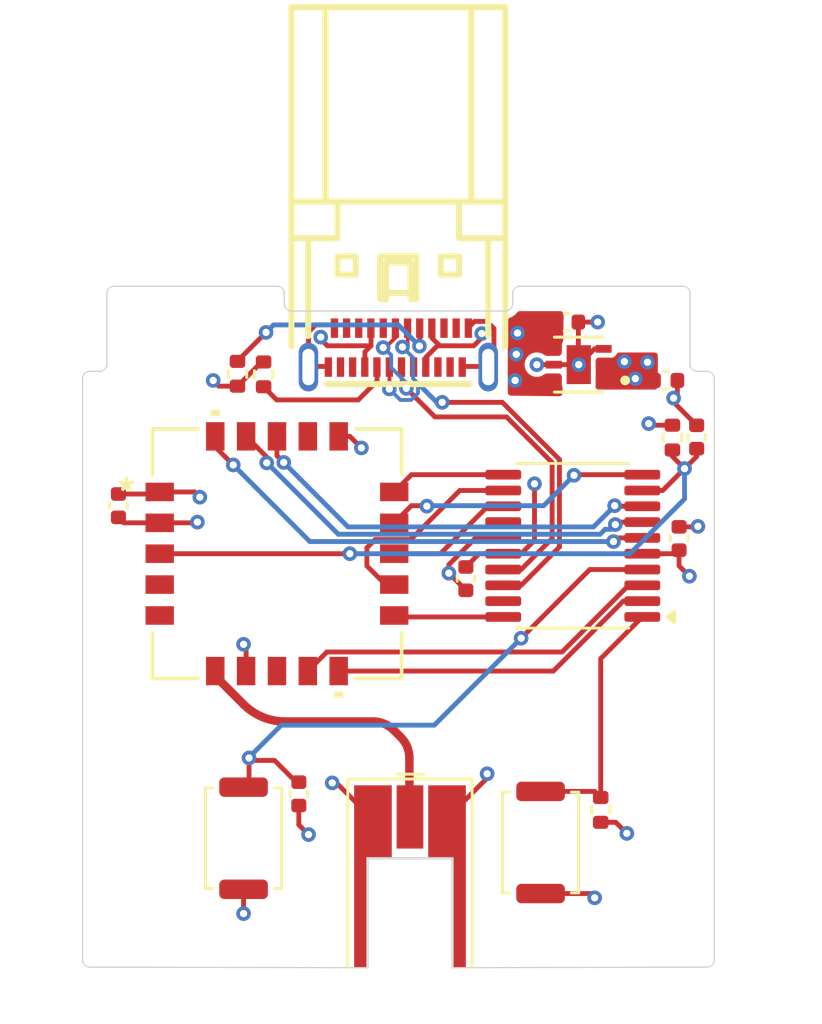
<source format=kicad_pcb>
(kicad_pcb (version 20241229) (generator "pcbnew") (generator_version "9.0")
  (layers (0 "F.Cu" signal) (4 "In1.Cu" signal) (6 "In2.Cu" signal) (2 "B.Cu" signal) (13 "F.Paste" user) (15 "B.Paste" user) (5 "F.SilkS" user "F.Silkscreen") (7 "B.SilkS" user "B.Silkscreen") (1 "F.Mask" user) (3 "B.Mask" user) (25 "Edge.Cuts" user))
  (net 0 "")
  (net 1 "GND")
  (net 2 "Net-(USB1-CC1)")
  (net 3 "VBUS")
  (net 5 "NRST")
  (net 6 "+3.3V")
  (net 7 "Net-(J1-In)")
  (net 8 "USB_DP")
  (net 9 "USB_DM")
  (net 10 "BOOT0")
  (net 11 "NRST_RF")
  (net 12 "RXEN")
  (net 14 "SPI1_SCK")
  (net 15 "TXEN")
  (net 16 "SPI1_MOSI")
  (net 17 "SPI1_MISO")
  (net 19 "DIO3")
  (net 21 "DIO2")
  (net 22 "SPI1_NSS")
  (net 24 "DIO1")
  (net 25 "BUSY")
  (net 26 "USB_NOE")
  (net 37 "Net-(USB1-CC2)")
  (footprint "Resistor_SMD:R_0402_1005Metric" (layer "F.Cu") (at 108.525 25.7 90)
    (property "Reference" "R4" (hide yes))
    (property "Value" "5.1k" (hide yes))
    (fp_line (start -0.153641 -0.38) (end 0.153641 -0.38) (stroke (width 0.12)) (layer "F.SilkS"))
    (fp_line (start -0.153641 0.38) (end 0.153641 0.38) (stroke (width 0.12)) (layer "F.SilkS"))
    (pad "1" smd roundrect (at -0.51 0 90) (size 0.54 0.64) (layers "F.Cu" "F.Mask" "F.Paste") (net 1 "GND"))
    (pad "2" smd roundrect (at 0.51 0 90) (size 0.54 0.64) (layers "F.Cu" "F.Mask" "F.Paste") (net 37 "Net-(USB1-CC2)"))
  )
  (footprint "MountingHole:MountingHole_2.2mm_M2" (layer "F.Cu") (at 103.85 41.6)
    (property "Reference" "H1" (hide yes))
    (property "Value" "MountingHole" (hide yes))
    (pad "" np_thru_hole circle (at 0 0) (size 2.2 2.2) (drill 2.2) (layers "*.Cu" "*.Mask"))
  )
  (footprint "MountingHole:MountingHole_2.2mm_M2" (layer "F.Cu") (at 126.45 41.6)
    (property "Reference" "H2" (hide yes))
    (property "Value" "MountingHole" (hide yes))
    (pad "" np_thru_hole circle (at 0 0) (size 2.2 2.2) (drill 2.2) (layers "*.Cu" "*.Mask"))
  )
  (footprint "Capacitor_SMD:C_0402_1005Metric" (layer "F.Cu") (at 126.7 32.475 90)
    (property "Reference" "C2" (hide yes))
    (property "Value" "0.1uF" (hide yes))
    (fp_line (start -0.107836 -0.36) (end 0.107836 -0.36) (stroke (width 0.12)) (layer "F.SilkS"))
    (fp_line (start -0.107836 0.36) (end 0.107836 0.36) (stroke (width 0.12)) (layer "F.SilkS"))
    (pad "1" smd roundrect (at -0.48 0 90) (size 0.56 0.62) (layers "F.Cu" "F.Mask" "F.Paste") (net 6 "+3.3V"))
    (pad "2" smd roundrect (at 0.48 0 90) (size 0.56 0.62) (layers "F.Cu" "F.Mask" "F.Paste") (net 1 "GND"))
  )
  (footprint "Connector_Coaxial:MMCX_Molex_73415-0961_Horizontal_1.6mm-PCB" (layer "F.Cu") (at 115.625 46.375 90)
    (property "Reference" "J1" (hide yes))
    (property "Value" "Conn_Coaxial_Small" (hide yes))
    (fp_line (start -3.69 -2.56) (end 4.01 -2.56) (stroke (width 0.12)) (layer "F.SilkS"))
    (fp_line (start 4.21 -0.55) (end 4.21 0.55) (stroke (width 0.12)) (layer "F.SilkS"))
    (fp_line (start 4.01 2.56) (end 4.01 -2.56) (stroke (width 0.12)) (layer "F.SilkS"))
    (fp_line (start -3.69 2.56) (end 4.01 2.56) (stroke (width 0.12)) (layer "F.SilkS"))
    (fp_line (start 0.75 -1.75) (end -3.75 -1.75) (stroke (width 0.1)) (layer "Edge.Cuts"))
    (fp_line (start 0.75 1.75) (end 0.75 -1.75) (stroke (width 0.1)) (layer "Edge.Cuts"))
    (fp_line (start -3.75 1.75) (end 0.75 1.75) (stroke (width 0.1)) (layer "Edge.Cuts"))
    (pad "1" smd rect (at 2.45 0 90) (size 2.6 1.1) (layers "F.Cu" "F.Mask" "F.Paste") (net 7 "Net-(J1-In)"))
    (pad "2" smd custom (at 2.25 -1.525 90) (size 3 1.55) (layers "F.Cu" "F.Mask" "F.Paste") (net 1 "GND") (options (clearance outline) (anchor rect)) (primitives (gr_poly (pts (xy -1.5 -0.225) (xy -6 -0.225) (xy -6 -0.775) (xy -1.5 -0.775)) (width 0) (fill yes))))
    (pad "2" smd custom (at 2.25 1.525 90) (size 3 1.55) (layers "F.Cu" "F.Mask" "F.Paste") (net 1 "GND") (options (clearance outline) (anchor rect)) (primitives (gr_poly (pts (xy -1.5 0.775) (xy -6 0.775) (xy -6 0.225) (xy -1.5 0.225)) (width 0) (fill yes))))
  )
  (footprint "Resistor_SMD:R_0402_1005Metric" (layer "F.Cu") (at 109.6 25.725 90)
    (property "Reference" "R1" (hide yes))
    (property "Value" "5.1k" (hide yes))
    (fp_line (start -0.153641 -0.38) (end 0.153641 -0.38) (stroke (width 0.12)) (layer "F.SilkS"))
    (fp_line (start -0.153641 0.38) (end 0.153641 0.38) (stroke (width 0.12)) (layer "F.SilkS"))
    (pad "1" smd roundrect (at -0.51 0 90) (size 0.54 0.64) (layers "F.Cu" "F.Mask" "F.Paste") (net 2 "Net-(USB1-CC1)"))
    (pad "2" smd roundrect (at 0.51 0 90) (size 0.54 0.64) (layers "F.Cu" "F.Mask" "F.Paste") (net 1 "GND"))
  )
  (footprint "Button_Switch_SMD:SW_Push_SPST_NO_Alps_SKRK" (layer "F.Cu") (at 121 44.975 90)
    (property "Reference" "SW1" (hide yes))
    (property "Value" "SW_Push" (hide yes))
    (fp_line (start 2.07 -1.57) (end 2.07 -1.27) (stroke (width 0.12)) (layer "F.SilkS"))
    (fp_line (start -2.07 -1.57) (end 2.07 -1.57) (stroke (width 0.12)) (layer "F.SilkS"))
    (fp_line (start -2.07 -1.27) (end -2.07 -1.57) (stroke (width 0.12)) (layer "F.SilkS"))
    (fp_line (start 2.07 1.27) (end 2.07 1.57) (stroke (width 0.12)) (layer "F.SilkS"))
    (fp_line (start 2.07 1.57) (end -2.07 1.57) (stroke (width 0.12)) (layer "F.SilkS"))
    (fp_line (start -2.07 1.57) (end -2.07 1.27) (stroke (width 0.12)) (layer "F.SilkS"))
    (pad "1" smd roundrect (at -2.1 0 90) (size 0.8 2) (layers "F.Cu" "F.Mask" "F.Paste") (net 6 "+3.3V"))
    (pad "2" smd roundrect (at 2.1 0 90) (size 0.8 2) (layers "F.Cu" "F.Mask" "F.Paste") (net 10 "BOOT0"))
  )
  (footprint "Button_Switch_SMD:SW_Push_SPST_NO_Alps_SKRK" (layer "F.Cu") (at 108.775 44.8 90)
    (property "Reference" "SW2" (hide yes))
    (property "Value" "SW_Push" (hide yes))
    (fp_line (start 2.07 -1.57) (end 2.07 -1.27) (stroke (width 0.12)) (layer "F.SilkS"))
    (fp_line (start -2.07 -1.57) (end 2.07 -1.57) (stroke (width 0.12)) (layer "F.SilkS"))
    (fp_line (start -2.07 -1.27) (end -2.07 -1.57) (stroke (width 0.12)) (layer "F.SilkS"))
    (fp_line (start 2.07 1.27) (end 2.07 1.57) (stroke (width 0.12)) (layer "F.SilkS"))
    (fp_line (start 2.07 1.57) (end -2.07 1.57) (stroke (width 0.12)) (layer "F.SilkS"))
    (fp_line (start -2.07 1.57) (end -2.07 1.27) (stroke (width 0.12)) (layer "F.SilkS"))
    (pad "1" smd roundrect (at -2.1 0 90) (size 0.8 2) (layers "F.Cu" "F.Mask" "F.Paste") (net 6 "+3.3V"))
    (pad "2" smd roundrect (at 2.1 0 90) (size 0.8 2) (layers "F.Cu" "F.Mask" "F.Paste") (net 5 "NRST"))
  )
  (footprint "Package_SO:TSSOP-20_4.4x6.5mm_P0.65mm" (layer "F.Cu") (at 122.325 32.775 180)
    (property "Reference" "U2" (hide yes))
    (property "Value" "STM32F042F6Px" (hide yes))
    (fp_line (start 2.31 3.385) (end -2.31 3.385) (stroke (width 0.12)) (layer "F.SilkS"))
    (fp_line (start -2.31 -3.385) (end 2.31 -3.385) (stroke (width 0.12)) (layer "F.SilkS"))
    (fp_poly (pts (xy -3.86 -2.93) (xy -4.19 -2.69) (xy -4.19 -3.17)) (stroke (width 0.12)) (fill yes) (layer "F.SilkS"))
    (pad "1" smd roundrect (at -2.8625 -2.925 180) (size 1.475 0.4) (layers "F.Cu" "F.Mask" "F.Paste") (net 10 "BOOT0"))
    (pad "2" smd roundrect (at -2.8625 -2.275 180) (size 1.475 0.4) (layers "F.Cu" "F.Mask" "F.Paste") (net 12 "RXEN"))
    (pad "3" smd roundrect (at -2.8625 -1.625 180) (size 1.475 0.4) (layers "F.Cu" "F.Mask" "F.Paste") (net 15 "TXEN"))
    (pad "4" smd roundrect (at -2.8625 -0.975 180) (size 1.475 0.4) (layers "F.Cu" "F.Mask" "F.Paste") (net 5 "NRST"))
    (pad "5" smd roundrect (at -2.8625 -0.325 180) (size 1.475 0.4) (layers "F.Cu" "F.Mask" "F.Paste") (net 6 "+3.3V"))
    (pad "6" smd roundrect (at -2.8625 0.325 180) (size 1.475 0.4) (layers "F.Cu" "F.Mask" "F.Paste") (net 24 "DIO1"))
    (pad "7" smd roundrect (at -2.8625 0.975 180) (size 1.475 0.4) (layers "F.Cu" "F.Mask" "F.Paste") (net 21 "DIO2"))
    (pad "8" smd roundrect (at -2.8625 1.625 180) (size 1.475 0.4) (layers "F.Cu" "F.Mask" "F.Paste") (net 19 "DIO3"))
    (pad "9" smd roundrect (at -2.8625 2.275 180) (size 1.475 0.4) (layers "F.Cu" "F.Mask" "F.Paste") (net 11 "NRST_RF"))
    (pad "10" smd roundrect (at -2.8625 2.925 180) (size 1.475 0.4) (layers "F.Cu" "F.Mask" "F.Paste") (net 22 "SPI1_NSS"))
    (pad "11" smd roundrect (at 2.8625 2.925 180) (size 1.475 0.4) (layers "F.Cu" "F.Mask" "F.Paste") (net 14 "SPI1_SCK"))
    (pad "12" smd roundrect (at 2.8625 2.275 180) (size 1.475 0.4) (layers "F.Cu" "F.Mask" "F.Paste") (net 17 "SPI1_MISO"))
    (pad "13" smd roundrect (at 2.8625 1.625 180) (size 1.475 0.4) (layers "F.Cu" "F.Mask" "F.Paste") (net 16 "SPI1_MOSI"))
    (pad "14" smd roundrect (at 2.8625 0.975 180) (size 1.475 0.4) (layers "F.Cu" "F.Mask" "F.Paste"))
    (pad "15" smd roundrect (at 2.8625 0.325 180) (size 1.475 0.4) (layers "F.Cu" "F.Mask" "F.Paste") (net 1 "GND"))
    (pad "16" smd roundrect (at 2.8625 -0.325 180) (size 1.475 0.4) (layers "F.Cu" "F.Mask" "F.Paste") (net 6 "+3.3V"))
    (pad "17" smd roundrect (at 2.8625 -0.975 180) (size 1.475 0.4) (layers "F.Cu" "F.Mask" "F.Paste") (net 9 "USB_DM"))
    (pad "18" smd roundrect (at 2.8625 -1.625 180) (size 1.475 0.4) (layers "F.Cu" "F.Mask" "F.Paste") (net 8 "USB_DP"))
    (pad "19" smd roundrect (at 2.8625 -2.275 180) (size 1.475 0.4) (layers "F.Cu" "F.Mask" "F.Paste") (net 26 "USB_NOE"))
    (pad "20" smd roundrect (at 2.8625 -2.925 180) (size 1.475 0.4) (layers "F.Cu" "F.Mask" "F.Paste") (net 25 "BUSY"))
  )
  (footprint "footprints:SON65P200X200X80-7N" (layer "F.Cu") (at 122.57 25.325 180)
    (property "Reference" "U3" (hide yes))
    (property "Value" "TLV76733DRVR" (hide yes))
    (fp_line (start -1 1.13) (end 1 1.13) (stroke (width 0.127)) (layer "F.SilkS"))
    (fp_line (start -1 -1.13) (end 1 -1.13) (stroke (width 0.127)) (layer "F.SilkS"))
    (fp_circle (center -1.91 -0.65) (end -1.81 -0.65) (stroke (width 0.2)) (fill no) (layer "F.SilkS"))
    (pad "1" smd rect (at -1.025 -0.65 180) (size 0.66 0.32) (layers "F.Cu" "F.Mask" "F.Paste") (net 6 "+3.3V"))
    (pad "2" smd rect (at -1.025 0 180) (size 0.66 0.32) (layers "F.Cu" "F.Mask" "F.Paste") (net 6 "+3.3V"))
    (pad "3" smd rect (at -1.025 0.65 180) (size 0.66 0.32) (layers "F.Cu" "F.Mask" "F.Paste") (net 1 "GND"))
    (pad "4" smd rect (at 1.025 0.65 180) (size 0.66 0.32) (layers "F.Cu" "F.Mask" "F.Paste") (net 3 "VBUS"))
    (pad "5" smd rect (at 1.025 0 180) (size 0.66 0.32) (layers "F.Cu" "F.Mask" "F.Paste") (net 1 "GND"))
    (pad "6" smd rect (at 1.025 -0.65 180) (size 0.66 0.32) (layers "F.Cu" "F.Mask" "F.Paste") (net 3 "VBUS"))
    (pad "7" smd rect (at 0 0 180) (size 1 1.6) (layers "F.Cu" "F.Mask") (net 1 "GND"))
  )
  (footprint "Resistor_SMD:R_0402_1005Metric" (layer "F.Cu") (at 123.475 43.635 -90)
    (property "Reference" "R2" (hide yes))
    (property "Value" "10k" (hide yes))
    (fp_line (start -0.153641 0.38) (end 0.153641 0.38) (stroke (width 0.12)) (layer "F.SilkS"))
    (fp_line (start -0.153641 -0.38) (end 0.153641 -0.38) (stroke (width 0.12)) (layer "F.SilkS"))
    (pad "1" smd roundrect (at -0.51 0 270) (size 0.54 0.64) (layers "F.Cu" "F.Mask" "F.Paste") (net 10 "BOOT0"))
    (pad "2" smd roundrect (at 0.51 0 270) (size 0.54 0.64) (layers "F.Cu" "F.Mask" "F.Paste") (net 1 "GND"))
  )
  (footprint "Resistor_SMD:R_0402_1005Metric" (layer "F.Cu") (at 126.425 28.325 -90)
    (property "Reference" "R3" (hide yes))
    (property "Value" "100k" (hide yes))
    (fp_line (start -0.153641 0.38) (end 0.153641 0.38) (stroke (width 0.12)) (layer "F.SilkS"))
    (fp_line (start -0.153641 -0.38) (end 0.153641 -0.38) (stroke (width 0.12)) (layer "F.SilkS"))
    (pad "1" smd roundrect (at -0.51 0 270) (size 0.54 0.64) (layers "F.Cu" "F.Mask" "F.Paste") (net 6 "+3.3V"))
    (pad "2" smd roundrect (at 0.51 0 270) (size 0.54 0.64) (layers "F.Cu" "F.Mask" "F.Paste") (net 11 "NRST_RF"))
  )
  (footprint "Capacitor_SMD:C_0402_1005Metric" (layer "F.Cu") (at 127.425 28.3 90)
    (property "Reference" "C7" (hide yes))
    (property "Value" "0.1nF" (hide yes))
    (fp_line (start -0.107836 -0.36) (end 0.107836 -0.36) (stroke (width 0.12)) (layer "F.SilkS"))
    (fp_line (start -0.107836 0.36) (end 0.107836 0.36) (stroke (width 0.12)) (layer "F.SilkS"))
    (pad "1" smd roundrect (at -0.48 0 90) (size 0.56 0.62) (layers "F.Cu" "F.Mask" "F.Paste") (net 11 "NRST_RF"))
    (pad "2" smd roundrect (at 0.48 0 90) (size 0.56 0.62) (layers "F.Cu" "F.Mask" "F.Paste") (net 1 "GND"))
  )
  (footprint "Capacitor_SMD:C_0402_1005Metric" (layer "F.Cu") (at 103.625 31.125 -90)
    (property "Reference" "C4" (hide yes))
    (property "Value" "4.7uF" (hide yes))
    (fp_line (start -0.107836 0.36) (end 0.107836 0.36) (stroke (width 0.12)) (layer "F.SilkS"))
    (fp_line (start -0.107836 -0.36) (end 0.107836 -0.36) (stroke (width 0.12)) (layer "F.SilkS"))
    (pad "1" smd roundrect (at -0.48 0 270) (size 0.56 0.62) (layers "F.Cu" "F.Mask" "F.Paste") (net 6 "+3.3V"))
    (pad "2" smd roundrect (at 0.48 0 270) (size 0.56 0.62) (layers "F.Cu" "F.Mask" "F.Paste") (net 1 "GND"))
  )
  (footprint "footprints:MOD20_E22-400MM22S_CGD-M" (layer "F.Cu") (at 110.15 33.1)
    (property "Reference" "U1" (hide yes))
    (property "Value" "E22-400MM22S" (hide yes))
    (fp_line (start -5.1308 -5.1308) (end -5.1308 -3.25374) (stroke (width 0.1524)) (layer "F.SilkS"))
    (fp_line (start -5.1308 3.25374) (end -5.1308 5.1308) (stroke (width 0.1524)) (layer "F.SilkS"))
    (fp_line (start -5.1308 5.1308) (end -3.25374 5.1308) (stroke (width 0.1524)) (layer "F.SilkS"))
    (fp_line (start -3.25374 -5.1308) (end -5.1308 -5.1308) (stroke (width 0.1524)) (layer "F.SilkS"))
    (fp_line (start 3.25374 5.1308) (end 5.1308 5.1308) (stroke (width 0.1524)) (layer "F.SilkS"))
    (fp_line (start 5.1308 -5.1308) (end 3.25374 -5.1308) (stroke (width 0.1524)) (layer "F.SilkS"))
    (fp_line (start 5.1308 -3.25374) (end 5.1308 -5.1308) (stroke (width 0.1524)) (layer "F.SilkS"))
    (fp_line (start 5.1308 5.1308) (end 5.1308 3.25374) (stroke (width 0.1524)) (layer "F.SilkS"))
    (fp_poly (pts (xy -2.7305 -5.6642) (xy -2.7305 -5.9182) (xy -2.3495 -5.9182) (xy -2.3495 -5.6642)) (fill yes) (layer "F.SilkS"))
    (fp_poly (pts (xy 2.3495 5.6642) (xy 2.3495 5.9182) (xy 2.7305 5.9182) (xy 2.7305 5.6642)) (fill yes) (layer "F.SilkS"))
    (fp_text user "*" (at -6.1976 -2.54 0) (layer "F.SilkS"))
    (fp_text user "*" (at -6.1976 -2.54 0) (layer "F.SilkS"))
    (pad "1" smd rect (at -4.826 -2.54 90) (size 0.762 1.1684) (layers "F.Cu" "F.Mask" "F.Paste") (net 6 "+3.3V"))
    (pad "2" smd rect (at -4.826 -1.27 90) (size 0.762 1.1684) (layers "F.Cu" "F.Mask" "F.Paste") (net 1 "GND"))
    (pad "3" smd rect (at -4.826 0 90) (size 0.762 1.1684) (layers "F.Cu" "F.Mask" "F.Paste") (net 11 "NRST_RF"))
    (pad "4" smd rect (at -4.826 1.27 90) (size 0.762 1.1684) (layers "F.Cu" "F.Mask" "F.Paste"))
    (pad "5" smd rect (at -4.826 2.54 90) (size 0.762 1.1684) (layers "F.Cu" "F.Mask" "F.Paste"))
    (pad "6" smd rect (at -2.54 4.826) (size 0.762 1.1684) (layers "F.Cu" "F.Mask" "F.Paste") (net 7 "Net-(J1-In)"))
    (pad "7" smd rect (at -1.27 4.826) (size 0.762 1.1684) (layers "F.Cu" "F.Mask" "F.Paste") (net 1 "GND"))
    (pad "8" smd rect (at 0 4.826) (size 0.762 1.1684) (layers "F.Cu" "F.Mask" "F.Paste"))
    (pad "9" smd rect (at 1.27 4.826) (size 0.762 1.1684) (layers "F.Cu" "F.Mask" "F.Paste") (net 15 "TXEN"))
    (pad "10" smd rect (at 2.54 4.826) (size 0.762 1.1684) (layers "F.Cu" "F.Mask" "F.Paste") (net 12 "RXEN"))
    (pad "11" smd rect (at 4.826 2.54 90) (size 0.762 1.1684) (layers "F.Cu" "F.Mask" "F.Paste") (net 25 "BUSY"))
    (pad "12" smd rect (at 4.826 1.27 90) (size 0.762 1.1684) (layers "F.Cu" "F.Mask" "F.Paste") (net 17 "SPI1_MISO"))
    (pad "13" smd rect (at 4.826 0 90) (size 0.762 1.1684) (layers "F.Cu" "F.Mask" "F.Paste") (net 16 "SPI1_MOSI"))
    (pad "14" smd rect (at 4.826 -1.27 90) (size 0.762 1.1684) (layers "F.Cu" "F.Mask" "F.Paste") (net 22 "SPI1_NSS"))
    (pad "15" smd rect (at 4.826 -2.54 90) (size 0.762 1.1684) (layers "F.Cu" "F.Mask" "F.Paste") (net 14 "SPI1_SCK"))
    (pad "16" smd rect (at 2.54 -4.826) (size 0.762 1.1684) (layers "F.Cu" "F.Mask" "F.Paste") (net 1 "GND"))
    (pad "17" smd rect (at 1.27 -4.826) (size 0.762 1.1684) (layers "F.Cu" "F.Mask" "F.Paste"))
    (pad "18" smd rect (at 0 -4.826) (size 0.762 1.1684) (layers "F.Cu" "F.Mask" "F.Paste") (net 19 "DIO3"))
    (pad "19" smd rect (at -1.27 -4.826) (size 0.762 1.1684) (layers "F.Cu" "F.Mask" "F.Paste") (net 21 "DIO2"))
    (pad "20" smd rect (at -2.54 -4.826) (size 0.762 1.1684) (layers "F.Cu" "F.Mask" "F.Paste") (net 24 "DIO1"))
  )
  (footprint "Capacitor_SMD:C_0402_1005Metric" (layer "F.Cu") (at 122.075 23.575)
    (property "Reference" "C6" (hide yes))
    (property "Value" "1uF")
    (fp_line (start -0.107836 -0.36) (end 0.107836 -0.36) (stroke (width 0.12)) (layer "F.SilkS"))
    (fp_line (start -0.107836 0.36) (end 0.107836 0.36) (stroke (width 0.12)) (layer "F.SilkS"))
    (pad "1" smd roundrect (at -0.48 0) (size 0.56 0.62) (layers "F.Cu" "F.Mask" "F.Paste") (net 3 "VBUS"))
    (pad "2" smd roundrect (at 0.48 0) (size 0.56 0.62) (layers "F.Cu" "F.Mask" "F.Paste") (net 1 "GND"))
  )
  (footprint "Capacitor_SMD:C_0402_1005Metric" (layer "F.Cu") (at 126.15 25.975)
    (property "Reference" "C5" (hide yes))
    (property "Value" "2.2uF" (hide yes))
    (fp_line (start -0.107836 -0.36) (end 0.107836 -0.36) (stroke (width 0.12)) (layer "F.SilkS"))
    (fp_line (start -0.107836 0.36) (end 0.107836 0.36) (stroke (width 0.12)) (layer "F.SilkS"))
    (pad "1" smd roundrect (at -0.48 0) (size 0.56 0.62) (layers "F.Cu" "F.Mask" "F.Paste") (net 6 "+3.3V"))
    (pad "2" smd roundrect (at 0.48 0) (size 0.56 0.62) (layers "F.Cu" "F.Mask" "F.Paste") (net 1 "GND"))
  )
  (footprint "footprints:USB-C-SMD_USB-3.1-C-TYPE" (layer "F.Cu") (at 115.145 24.625 180)
    (property "Reference" "USB1" (hide yes))
    (property "Value" "XDBM-0339-1530" (hide yes))
    (fp_line (start 4.4 14) (end 4.4 0.04) (stroke (width 0.25)) (layer "F.SilkS"))
    (fp_line (start 4.4 4.5) (end 2.5 4.5) (stroke (width 0.25)) (layer "F.SilkS"))
    (fp_line (start 3.71 4.5) (end 3.71 0.48) (stroke (width 0.25)) (layer "F.SilkS"))
    (fp_line (start 3 6) (end 3 14) (stroke (width 0.25)) (layer "F.SilkS"))
    (fp_line (start 2.5 4.5) (end 2.5 6) (stroke (width 0.25)) (layer "F.SilkS"))
    (fp_line (start 2.5 3.75) (end 2.5 3) (stroke (width 0.25)) (layer "F.SilkS"))
    (fp_line (start 2.5 3) (end 1.75 3) (stroke (width 0.25)) (layer "F.SilkS"))
    (fp_line (start 1.75 3.75) (end 2.5 3.75) (stroke (width 0.25)) (layer "F.SilkS"))
    (fp_line (start 1.75 3) (end 1.75 3.75) (stroke (width 0.25)) (layer "F.SilkS"))
    (fp_line (start 0.75 3.75) (end 0.75 2) (stroke (width 0.25)) (layer "F.SilkS"))
    (fp_line (start 0.5 3.5) (end 0.5 2) (stroke (width 0.25)) (layer "F.SilkS"))
    (fp_line (start 0.5 2) (end 0.75 2) (stroke (width 0.25)) (layer "F.SilkS"))
    (fp_line (start -0.5 3.5) (end 0.5 3.5) (stroke (width 0.25)) (layer "F.SilkS"))
    (fp_line (start -0.5 2) (end -0.5 3.5) (stroke (width 0.25)) (layer "F.SilkS"))
    (fp_line (start -0.75 3.75) (end 0.75 3.75) (stroke (width 0.25)) (layer "F.SilkS"))
    (fp_line (start -0.75 2.25) (end 0.5 2.25) (stroke (width 0.25)) (layer "F.SilkS"))
    (fp_line (start -0.75 2) (end -0.5 2) (stroke (width 0.25)) (layer "F.SilkS"))
    (fp_line (start -0.75 2) (end -0.75 3.75) (stroke (width 0.25)) (layer "F.SilkS"))
    (fp_line (start -1.75 3.75) (end -1.75 3) (stroke (width 0.25)) (layer "F.SilkS"))
    (fp_line (start -1.75 3) (end -2.5 3) (stroke (width 0.25)) (layer "F.SilkS"))
    (fp_line (start -2.5 4.5) (end -2.5 6) (stroke (width 0.25)) (layer "F.SilkS"))
    (fp_line (start -2.5 3.75) (end -1.75 3.75) (stroke (width 0.25)) (layer "F.SilkS"))
    (fp_line (start -2.5 3) (end -2.5 3.75) (stroke (width 0.25)) (layer "F.SilkS"))
    (fp_line (start -2.94 -1.5) (end 2.94 -1.5) (stroke (width 0.25)) (layer "F.SilkS"))
    (fp_line (start -3 6) (end -3 14) (stroke (width 0.25)) (layer "F.SilkS"))
    (fp_line (start -3.7 4.5) (end -3.7 0.48) (stroke (width 0.25)) (layer "F.SilkS"))
    (fp_line (start -4.4 14) (end 4.4 14) (stroke (width 0.25)) (layer "F.SilkS"))
    (fp_line (start -4.4 14) (end -4.4 0.04) (stroke (width 0.25)) (layer "F.SilkS"))
    (fp_line (start -4.4 6) (end 4.4 6) (stroke (width 0.25)) (layer "F.SilkS"))
    (fp_line (start -4.4 4.5) (end -2.5 4.5) (stroke (width 0.25)) (layer "F.SilkS"))
    (pad "25" thru_hole oval (at 3.7 -0.8 180) (size 0.8 2) (drill oval 0.500024 1.500022) (layers "*.Cu" "*.Mask") (net 1 "GND"))
    (pad "26" thru_hole oval (at -3.7 -0.8 180) (size 0.8 2) (drill oval 0.500024 1.500022) (layers "*.Cu" "*.Mask") (net 1 "GND"))
    (pad "A1" smd rect (at 2.88 -0.8) (size 0.3 0.8) (layers "F.Cu" "F.Mask" "F.Paste") (net 1 "GND"))
    (pad "A2" smd rect (at 2.38 -0.8) (size 0.3 0.8) (layers "F.Cu" "F.Mask" "F.Paste"))
    (pad "A3" smd rect (at 1.88 -0.8) (size 0.3 0.8) (layers "F.Cu" "F.Mask" "F.Paste"))
    (pad "A4" smd rect (at 1.38 -0.8) (size 0.3 0.8) (layers "F.Cu" "F.Mask" "F.Paste") (net 3 "VBUS"))
    (pad "A5" smd rect (at 0.88 -0.8) (size 0.3 0.8) (layers "F.Cu" "F.Mask" "F.Paste") (net 2 "Net-(USB1-CC1)"))
    (pad "A6" smd rect (at 0.37 -0.8) (size 0.3 0.8) (layers "F.Cu" "F.Mask" "F.Paste") (net 8 "USB_DP"))
    (pad "A7" smd rect (at -0.13 -0.8) (size 0.3 0.8) (layers "F.Cu" "F.Mask" "F.Paste") (net 9 "USB_DM"))
    (pad "A8" smd rect (at -0.63 -0.8) (size 0.3 0.8) (layers "F.Cu" "F.Mask" "F.Paste"))
    (pad "A9" smd rect (at -1.13 -0.8) (size 0.3 0.8) (layers "F.Cu" "F.Mask" "F.Paste") (net 3 "VBUS"))
    (pad "A10" smd rect (at -1.63 -0.8) (size 0.3 0.8) (layers "F.Cu" "F.Mask" "F.Paste"))
    (pad "A11" smd rect (at -2.13 -0.8) (size 0.3 0.8) (layers "F.Cu" "F.Mask" "F.Paste"))
    (pad "A12" smd rect (at -2.63 -0.8) (size 0.3 0.8) (layers "F.Cu" "F.Mask" "F.Paste") (net 1 "GND"))
    (pad "B1" smd rect (at -2.88 0.8 180) (size 0.3 0.8) (layers "F.Cu" "F.Mask" "F.Paste") (net 1 "GND"))
    (pad "B2" smd rect (at -2.38 0.8 180) (size 0.3 0.8) (layers "F.Cu" "F.Mask" "F.Paste"))
    (pad "B3" smd rect (at -1.88 0.8 180) (size 0.3 0.8) (layers "F.Cu" "F.Mask" "F.Paste"))
    (pad "B4" smd rect (at -1.38 0.8 180) (size 0.3 0.8) (layers "F.Cu" "F.Mask" "F.Paste") (net 3 "VBUS"))
    (pad "B5" smd rect (at -0.88 0.8 180) (size 0.3 0.8) (layers "F.Cu" "F.Mask" "F.Paste") (net 37 "Net-(USB1-CC2)"))
    (pad "B6" smd rect (at -0.38 0.8 180) (size 0.3 0.8) (layers "F.Cu" "F.Mask" "F.Paste") (net 8 "USB_DP"))
    (pad "B7" smd rect (at 0.12 0.8 180) (size 0.3 0.8) (layers "F.Cu" "F.Mask" "F.Paste") (net 9 "USB_DM"))
    (pad "B8" smd rect (at 0.62 0.8 180) (size 0.3 0.8) (layers "F.Cu" "F.Mask" "F.Paste"))
    (pad "B9" smd rect (at 1.13 0.8 180) (size 0.3 0.8) (layers "F.Cu" "F.Mask" "F.Paste") (net 3 "VBUS"))
    (pad "B10" smd rect (at 1.63 0.8 180) (size 0.3 0.8) (layers "F.Cu" "F.Mask" "F.Paste"))
    (pad "B11" smd rect (at 2.13 0.8 180) (size 0.3 0.8) (layers "F.Cu" "F.Mask" "F.Paste"))
    (pad "B12" smd rect (at 2.63 0.8 180) (size 0.3 0.8) (layers "F.Cu" "F.Mask" "F.Paste") (net 1 "GND"))
  )
  (footprint "Capacitor_SMD:C_0402_1005Metric" (layer "F.Cu") (at 111.05 42.975 -90)
    (property "Reference" "C3" (hide yes))
    (property "Value" "100nF" (hide yes))
    (fp_line (start -0.107836 0.36) (end 0.107836 0.36) (stroke (width 0.12)) (layer "F.SilkS"))
    (fp_line (start -0.107836 -0.36) (end 0.107836 -0.36) (stroke (width 0.12)) (layer "F.SilkS"))
    (pad "1" smd roundrect (at -0.48 0 270) (size 0.56 0.62) (layers "F.Cu" "F.Mask" "F.Paste") (net 5 "NRST"))
    (pad "2" smd roundrect (at 0.48 0 270) (size 0.56 0.62) (layers "F.Cu" "F.Mask" "F.Paste") (net 1 "GND"))
  )
  (footprint "Capacitor_SMD:C_0402_1005Metric" (layer "F.Cu") (at 117.925 34.125 -90)
    (property "Reference" "C1" (hide yes))
    (property "Value" "0.1uF" (hide yes))
    (fp_line (start -0.107836 0.36) (end 0.107836 0.36) (stroke (width 0.12)) (layer "F.SilkS"))
    (fp_line (start -0.107836 -0.36) (end 0.107836 -0.36) (stroke (width 0.12)) (layer "F.SilkS"))
    (pad "1" smd roundrect (at -0.48 0 270) (size 0.56 0.62) (layers "F.Cu" "F.Mask" "F.Paste") (net 6 "+3.3V"))
    (pad "2" smd roundrect (at 0.48 0 270) (size 0.56 0.62) (layers "F.Cu" "F.Mask" "F.Paste") (net 1 "GND"))
  )
  (gr_arc (start 128.149755 49.787878) (mid 128.066375 50.007802) (end 127.85 50.1) (stroke (width 0.05)) (layer "Edge.Cuts"))
  (gr_line (start 110.15 22.1) (end 103.45 22.1) (stroke (width 0.05)) (layer "Edge.Cuts"))
  (gr_arc (start 110.15 22.1) (mid 110.362132 22.187868) (end 110.45 22.4) (stroke (width 0.05)) (layer "Edge.Cuts"))
  (gr_arc (start 119.85 22.82) (mid 119.762132 23.032132) (end 119.55 23.12) (stroke (width 0.05)) (layer "Edge.Cuts"))
  (gr_line (start 102.15 25.9) (end 102.15 49.8) (stroke (width 0.05)) (layer "Edge.Cuts"))
  (gr_arc (start 126.85 22.1) (mid 127.062132 22.187868) (end 127.15 22.4) (stroke (width 0.05)) (layer "Edge.Cuts"))
  (gr_arc (start 119.85 22.4) (mid 119.937868 22.187868) (end 120.15 22.1) (stroke (width 0.05)) (layer "Edge.Cuts"))
  (gr_line (start 119.45 23.12) (end 119.55 23.12) (stroke (width 0.05)) (layer "Edge.Cuts"))
  (gr_arc (start 127.85 25.6) (mid 128.062132 25.687868) (end 128.15 25.9) (stroke (width 0.05)) (layer "Edge.Cuts"))
  (gr_line (start 119.85 22.82) (end 119.85 22.4) (stroke (width 0.05)) (layer "Edge.Cuts"))
  (gr_line (start 120.15 22.1) (end 126.85 22.1) (stroke (width 0.05)) (layer "Edge.Cuts"))
  (gr_line (start 127.45 25.6) (end 127.85 25.6) (stroke (width 0.05)) (layer "Edge.Cuts"))
  (gr_line (start 110.75 23.12) (end 110.85 23.12) (stroke (width 0.05)) (layer "Edge.Cuts"))
  (gr_line (start 110.85 23.12) (end 119.45 23.12) (stroke (width 0.05)) (layer "Edge.Cuts"))
  (gr_line (start 102.45 50.1) (end 113.875 50.125) (stroke (width 0.05)) (layer "Edge.Cuts"))
  (gr_arc (start 127.45 25.6) (mid 127.237868 25.512132) (end 127.15 25.3) (stroke (width 0.05)) (layer "Edge.Cuts"))
  (gr_arc (start 103.15 25.3) (mid 103.062132 25.512132) (end 102.85 25.6) (stroke (width 0.05)) (layer "Edge.Cuts"))
  (gr_line (start 110.45 22.82) (end 110.45 22.4) (stroke (width 0.05)) (layer "Edge.Cuts"))
  (gr_arc (start 110.75 23.12) (mid 110.537868 23.032132) (end 110.45 22.82) (stroke (width 0.05)) (layer "Edge.Cuts"))
  (gr_line (start 102.45 25.6) (end 102.85 25.6) (stroke (width 0.05)) (layer "Edge.Cuts"))
  (gr_line (start 128.15 25.9) (end 128.15 49.787868) (stroke (width 0.05)) (layer "Edge.Cuts"))
  (gr_arc (start 102.15 25.9) (mid 102.237868 25.687868) (end 102.45 25.6) (stroke (width 0.05)) (layer "Edge.Cuts"))
  (gr_arc (start 102.45 50.1) (mid 102.237868 50.012132) (end 102.15 49.8) (stroke (width 0.05)) (layer "Edge.Cuts"))
  (gr_line (start 103.15 25.3) (end 103.15 22.4) (stroke (width 0.05)) (layer "Edge.Cuts"))
  (gr_arc (start 103.15 22.4) (mid 103.237868 22.187868) (end 103.45 22.1) (stroke (width 0.05)) (layer "Edge.Cuts"))
  (gr_line (start 117.375 50.125) (end 127.844634 50.099952) (stroke (width 0.05)) (layer "Edge.Cuts"))
  (gr_line (start 127.15 25.3) (end 127.15 22.4) (stroke (width 0.05)) (layer "Edge.Cuts"))
  (segment (start 122.555 23.575) (end 123.35 23.575) (width 0.2) (layer "F.Cu") (net 1))
  (segment (start 118.323872 32.45) (end 117.225 33.548872) (width 0.2) (layer "F.Cu") (net 1))
  (segment (start 123.475 44.145) (end 124.095 44.145) (width 0.2) (layer "F.Cu") (net 1))
  (segment (start 119.081001 23.839417) (end 119.081001 25.168999) (width 0.2) (layer "F.Cu") (net 1))
  (segment (start 103.85 31.83) (end 103.625 31.605) (width 0.2) (layer "F.Cu") (net 1))
  (segment (start 118.03 23.8) (end 118.284062 23.545938) (width 0.2) (layer "F.Cu") (net 1))
  (segment (start 105.324 31.83) (end 106.845 31.83) (width 0.2) (layer "F.Cu") (net 1))
  (segment (start 111.05 44.25) (end 111.45 44.65) (width 0.2) (layer "F.Cu") (net 1))
  (segment (start 111.449 24.399573) (end 111.45 24.400573) (width 0.2) (layer "F.Cu") (net 1))
  (segment (start 126.475 26.7) (end 126.475 26.87) (width 0.2) (layer "F.Cu") (net 1))
  (segment (start 108.88 37.926) (end 108.88 36.93) (width 0.2) (layer "F.Cu") (net 1))
  (segment (start 121.545 25.325) (end 122.57 25.325) (width 0.2) (layer "F.Cu") (net 1))
  (segment (start 112.69 28.274) (end 113.149 28.274) (width 0.2) (layer "F.Cu") (net 1))
  (segment (start 113.149 28.274) (end 113.625 28.75) (width 0.2) (layer "F.Cu") (net 1))
  (segment (start 119.4625 32.45) (end 118.323872 32.45) (width 0.2) (layer "F.Cu") (net 1))
  (segment (start 108.88 36.93) (end 108.775 36.825) (width 0.2) (layer "F.Cu") (net 1))
  (segment (start 117.225 33.548872) (end 117.225 33.9) (width 0.2) (layer "F.Cu") (net 1))
  (segment (start 117.925 34.605) (end 117.925 34.6) (width 0.2) (layer "F.Cu") (net 1))
  (segment (start 126.63 26.545) (end 126.475 26.7) (width 0.2) (layer "F.Cu") (net 1))
  (segment (start 117.78 25.4) (end 118.85 25.4) (width 0.2) (layer "F.Cu") (net 1))
  (segment (start 127.455 31.995) (end 127.475 31.975) (width 0.2) (layer "F.Cu") (net 1))
  (segment (start 111.05 43.455) (end 111.05 44.25) (width 0.2) (layer "F.Cu") (net 1))
  (segment (start 126.475 26.87) (end 127.425 27.82) (width 0.2) (layer "F.Cu") (net 1))
  (segment (start 105.324 31.83) (end 103.85 31.83) (width 0.2) (layer "F.Cu") (net 1))
  (segment (start 114.075 44) (end 112.6 42.525) (width 0.2) (layer "F.Cu") (net 1))
  (segment (start 118.284062 23.545938) (end 118.787522 23.545938) (width 0.2) (layer "F.Cu") (net 1))
  (segment (start 119.081001 25.168999) (end 118.85 25.4) (width 0.2) (layer "F.Cu") (net 1))
  (segment (start 117.925 34.6) (end 117.225 33.9) (width 0.2) (layer "F.Cu") (net 1))
  (segment (start 126.63 25.975) (end 126.63 26.545) (width 0.2) (layer "F.Cu") (net 1))
  (segment (start 109.52 25.215) (end 108.525 26.21) (width 0.2) (layer "F.Cu") (net 1))
  (segment (start 124.095 44.145) (end 124.55 44.6) (width 0.2) (layer "F.Cu") (net 1))
  (segment (start 118.787522 23.545938) (end 119.081001 23.839417) (width 0.2) (layer "F.Cu") (net 1))
  (segment (start 106.845 31.83) (end 106.875 31.8) (width 0.2) (layer "F.Cu") (net 1))
  (segment (start 109.6 25.215) (end 109.52 25.215) (width 0.2) (layer "F.Cu") (net 1))
  (segment (start 123.22 24.675) (end 123.595 24.675) (width 0.2) (layer "F.Cu") (net 1))
  (segment (start 122.57 25.325) (end 123.22 24.675) (width 0.2) (layer "F.Cu") (net 1))
  (segment (start 126.7 31.995) (end 127.455 31.995) (width 0.2) (layer "F.Cu") (net 1))
  (segment (start 112.6 42.525) (end 112.425 42.525) (width 0.2) (layer "F.Cu") (net 1))
  (segment (start 112.52 23.8) (end 112.411052 23.691052) (width 0.2) (layer "F.Cu") (net 1))
  (segment (start 120.845 25.325) (end 121.545 25.325) (width 0.2) (layer "F.Cu") (net 1))
  (segment (start 111.45 25.4) (end 112.27 25.4) (width 0.2) (layer "F.Cu") (net 1))
  (segment (start 118.8 42.325) (end 118.8 42.15) (width 0.2) (layer "F.Cu") (net 1))
  (segment (start 111.45 24.400573) (end 111.45 25.4) (width 0.2) (layer "F.Cu") (net 1))
  (segment (start 117.125 44) (end 118.8 42.325) (width 0.2) (layer "F.Cu") (net 1))
  (segment (start 108.525 26.21) (end 107.76 26.21) (width 0.2) (layer "F.Cu") (net 1))
  (segment (start 112.411052 23.691052) (end 111.742479 23.691052) (width 0.2) (layer "F.Cu") (net 1))
  (segment (start 122.555 23.575) (end 122.555 25.31) (width 0.2) (layer "F.Cu") (net 1))
  (segment (start 122.555 25.31) (end 122.57 25.325) (width 0.2) (layer "F.Cu") (net 1))
  (segment (start 111.449 23.984531) (end 111.449 24.399573) (width 0.2) (layer "F.Cu") (net 1))
  (segment (start 107.76 26.21) (end 107.525 25.975) (width 0.2) (layer "F.Cu") (net 1))
  (segment (start 111.742479 23.691052) (end 111.449 23.984531) (width 0.2) (layer "F.Cu") (net 1))
  (via (at 113.625 28.75) (size 0.6) (drill 0.3) (layers "F.Cu" "B.Cu") (net 1))
  (via (at 123.35 23.575) (size 0.6) (drill 0.3) (layers "F.Cu" "B.Cu") (net 1))
  (via (at 124.55 44.6) (size 0.6) (drill 0.3) (layers "F.Cu" "B.Cu") (net 1))
  (via (at 107.525 25.975) (size 0.6) (drill 0.3) (layers "F.Cu" "B.Cu") (net 1))
  (via (at 112.425 42.525) (size 0.6) (drill 0.3) (layers "F.Cu" "B.Cu") (net 1))
  (via (at 111.45 44.65) (size 0.6) (drill 0.3) (layers "F.Cu" "B.Cu") (net 1))
  (via (at 106.875 31.8) (size 0.6) (drill 0.3) (layers "F.Cu" "B.Cu") (net 1))
  (via (at 127.475 31.975) (size 0.6) (drill 0.3) (layers "F.Cu" "B.Cu") (net 1))
  (via (at 118.8 42.15) (size 0.6) (drill 0.3) (layers "F.Cu" "B.Cu") (net 1))
  (via (at 122.57 25.325) (size 0.6) (drill 0.3) (layers "F.Cu" "B.Cu") (net 1))
  (via (at 108.775 36.825) (size 0.6) (drill 0.3) (layers "F.Cu" "B.Cu") (net 1))
  (via (at 120.845 25.325) (size 0.6) (drill 0.3) (layers "F.Cu" "B.Cu") (net 1))
  (via (at 117.225 33.9) (size 0.6) (drill 0.3) (layers "F.Cu" "B.Cu") (net 1))
  (via (at 126.475 26.7) (size 0.6) (drill 0.3) (layers "F.Cu" "B.Cu") (net 1))
  (segment (start 110.14 26.775) (end 113.495 26.775) (width 0.2) (layer "F.Cu") (net 2))
  (segment (start 113.495 26.775) (end 114.27 26) (width 0.2) (layer "F.Cu") (net 2))
  (segment (start 114.27 26) (end 114.27 25.4) (width 0.2) (layer "F.Cu") (net 2))
  (segment (start 109.6 26.235) (end 110.14 26.775) (width 0.2) (layer "F.Cu") (net 2))
  (segment (start 111.970001 24.295001) (end 112.225 24.55) (width 0.2) (layer "F.Cu") (net 3))
  (segment (start 116.75 24.55) (end 118.25 24.55) (width 0.2) (layer "F.Cu") (net 3))
  (segment (start 113.77 25.4) (end 113.77 24.8) (width 0.2) (layer "F.Cu") (net 3))
  (segment (start 112.225 24.55) (end 114.02 24.55) (width 0.2) (layer "F.Cu") (net 3))
  (segment (start 116.85 24.55) (end 116.53 24.23) (width 0.2) (layer "F.Cu") (net 3))
  (segment (start 116.28 25.4) (end 116.28 25.02) (width 0.2) (layer "F.Cu") (net 3))
  (segment (start 116.28 25.02) (end 116.75 24.55) (width 0.2) (layer "F.Cu") (net 3))
  (segment (start 111.970001 24.192052) (end 111.970001 24.295001) (width 0.2) (layer "F.Cu") (net 3))
  (segment (start 119.975 25.975) (end 120 25.95) (width 0.2) (layer "F.Cu") (net 3))
  (segment (start 113.77 24.8) (end 114.02 24.55) (width 0.2) (layer "F.Cu") (net 3))
  (segment (start 118.580001 24.219999) (end 118.580001 24.046938) (width 0.2) (layer "F.Cu") (net 3))
  (segment (start 119.95 25.975) (end 119.975 25.975) (width 0.2) (layer "F.Cu") (net 3))
  (segment (start 118.25 24.55) (end 118.580001 24.219999) (width 0.2) (layer "F.Cu") (net 3))
  (segment (start 116.53 24.23) (end 116.53 23.8) (width 0.2) (layer "F.Cu") (net 3))
  (segment (start 120 24.075) (end 120.05 24.025) (width 0.2) (layer "F.Cu") (net 3))
  (segment (start 114.02 24.55) (end 114.02 23.8) (width 0.2) (layer "F.Cu") (net 3))
  (via (at 118.580001 24.046938) (size 0.6) (drill 0.3) (layers "F.Cu" "B.Cu") (net 3))
  (via (at 120 24.9) (size 0.6) (drill 0.3) (layers "F.Cu" "B.Cu") (net 3))
  (via (at 120.05 24.025) (size 0.6) (drill 0.3) (layers "F.Cu" "B.Cu") (net 3))
  (via (at 111.95 24.192052) (size 0.6) (drill 0.3) (layers "F.Cu" "B.Cu") (net 3))
  (via (at 119.95 25.975) (size 0.6) (drill 0.3) (layers "F.Cu" "B.Cu") (net 3))
  (segment (start 111.05 42.495) (end 110.945 42.495) (width 0.2) (layer "F.Cu") (net 5))
  (segment (start 125.1875 33.75) (end 123.025 33.75) (width 0.2) (layer "F.Cu") (net 5))
  (segment (start 109 42.475) (end 108.775 42.7) (width 0.2) (layer "F.Cu") (net 5))
  (segment (start 109.1 41.6) (end 109 41.5) (width 0.2) (layer "F.Cu") (net 5))
  (segment (start 109 41.5) (end 109 42.475) (width 0.2) (layer "F.Cu") (net 5))
  (segment (start 110.945 42.495) (end 110.05 41.6) (width 0.2) (layer "F.Cu") (net 5))
  (segment (start 123.025 33.75) (end 120.2 36.575) (width 0.2) (layer "F.Cu") (net 5))
  (segment (start 110.05 41.6) (end 109.1 41.6) (width 0.2) (layer "F.Cu") (net 5))
  (via (at 109 41.5) (size 0.6) (drill 0.3) (layers "F.Cu" "B.Cu") (net 5))
  (via (at 120.2 36.575) (size 0.6) (drill 0.3) (layers "F.Cu" "B.Cu") (net 5))
  (segment (start 120.2 36.575) (end 116.625 40.15) (width 0.2) (layer "B.Cu") (net 5))
  (segment (start 110.325 40.15) (end 109 41.475) (width 0.2) (layer "B.Cu") (net 5))
  (segment (start 116.625 40.15) (end 113.225 40.15) (width 0.2) (layer "B.Cu") (net 5))
  (segment (start 109 41.475) (end 109 41.5) (width 0.2) (layer "B.Cu") (net 5))
  (segment (start 113.225 40.15) (end 110.325 40.15) (width 0.2) (layer "B.Cu") (net 5))
  (segment (start 126.425 27.815) (end 125.515 27.815) (width 0.2) (layer "F.Cu") (net 6))
  (segment (start 117.925 33.645) (end 118.47 33.1) (width 0.2) (layer "F.Cu") (net 6))
  (segment (start 108.775 46.9) (end 108.775 47.9) (width 0.2) (layer "F.Cu") (net 6))
  (segment (start 123.05 47.075) (end 123.225 47.25) (width 0.2) (layer "F.Cu") (net 6))
  (segment (start 125.515 27.815) (end 125.45 27.75) (width 0.2) (layer "F.Cu") (net 6))
  (segment (start 118.47 33.1) (end 119.4625 33.1) (width 0.2) (layer "F.Cu") (net 6))
  (segment (start 119.4625 33.1) (end 120.199999 33.1) (width 0.2) (layer "F.Cu") (net 6))
  (segment (start 103.625 30.645) (end 105.239 30.645) (width 0.2) (layer "F.Cu") (net 6))
  (segment (start 105.324 30.56) (end 106.76 30.56) (width 0.2) (layer "F.Cu") (net 6))
  (segment (start 121 47.075) (end 123.05 47.075) (width 0.2) (layer "F.Cu") (net 6))
  (segment (start 126.7 32.955) (end 126.7 33.6) (width 0.2) (layer "F.Cu") (net 6))
  (segment (start 125.1875 33.1) (end 126.555 33.1) (width 0.2) (layer "F.Cu") (net 6))
  (segment (start 106.76 30.56) (end 106.975 30.775) (width 0.2) (layer "F.Cu") (net 6))
  (segment (start 126.555 33.1) (end 126.7 32.955) (width 0.2) (layer "F.Cu") (net 6))
  (segment (start 120.75 32.549999) (end 120.75 30.225) (width 0.2) (layer "F.Cu") (net 6))
  (segment (start 105.239 30.645) (end 105.324 30.56) (width 0.2) (layer "F.Cu") (net 6))
  (segment (start 126.7 33.6) (end 127.125 34.025) (width 0.2) (layer "F.Cu") (net 6))
  (segment (start 120.199999 33.1) (end 120.75 32.549999) (width 0.2) (layer "F.Cu") (net 6))
  (via (at 124.45 25.2) (size 0.6) (drill 0.3) (layers "F.Cu" "B.Cu") (net 6))
  (via (at 120.75 30.225) (size 0.6) (drill 0.3) (layers "F.Cu" "B.Cu") (net 6))
  (via (at 127.125 34.025) (size 0.6) (drill 0.3) (layers "F.Cu" "B.Cu") (net 6))
  (via (at 123.225 47.25) (size 0.6) (drill 0.3) (layers "F.Cu" "B.Cu") (net 6))
  (via (at 108.775 47.9) (size 0.6) (drill 0.3) (layers "F.Cu" "B.Cu") (net 6))
  (via (at 125.4 25.225) (size 0.6) (drill 0.3) (layers "F.Cu" "B.Cu") (net 6))
  (via (at 125.45 27.75) (size 0.6) (drill 0.3) (layers "F.Cu" "B.Cu") (net 6))
  (via (at 124.9 25.9) (size 0.6) (drill 0.3) (layers "F.Cu" "B.Cu") (net 6))
  (via (at 106.975 30.775) (size 0.6) (drill 0.3) (layers "F.Cu" "B.Cu") (net 6))
  (segment (start 115.246446 40.646446) (end 114.953553 40.353553) (width 0.34925) (layer "F.Cu") (net 7))
  (segment (start 107.61 37.926) (end 107.61 38.1292) (width 0.34925) (layer "F.Cu") (net 7))
  (segment (start 108.773693 39.292893) (end 107.61 38.1292) (width 0.34925) (layer "F.Cu") (net 7))
  (segment (start 115.6 41.5) (end 115.6 43.8) (width 0.34925) (layer "F.Cu") (net 7))
  (segment (start 114.1 40) (end 110.4808 40) (width 0.34925) (layer "F.Cu") (net 7))
  (arc (start 115.246446 40.646446) (mid 115.508113 41.038059) (end 115.599999 41.5) (width 0.34925) (layer "F.Cu") (net 7))
  (arc (start 114.1 40) (mid 114.561939 40.091885) (end 114.953552 40.353553) (width 0.34925) (layer "F.Cu") (net 7))
  (arc (start 110.4808 40) (mid 109.556919 39.816228) (end 108.773692 39.292893) (width 0.34925) (layer "F.Cu") (net 7))
  (segment (start 114.78 26.32) (end 114.775 26.325) (width 0.156464) (layer "F.Cu") (net 8))
  (segment (start 115.314787 24.600001) (end 115.352568 24.56222) (width 0.156464) (layer "F.Cu") (net 8))
  (segment (start 121.776 29.225322) (end 119.425678 26.875) (width 0.2) (layer "F.Cu") (net 8))
  (segment (start 114.775 26.325) (end 114.725 26.375) (width 0.156464) (layer "F.Cu") (net 8))
  (segment (start 114.78 25.4) (end 114.78 26.32) (width 0.156464) (layer "F.Cu") (net 8))
  (segment (start 119.4625 34.4) (end 120.199999 34.4) (width 0.2) (layer "F.Cu") (net 8))
  (segment (start 115.472154 24.56222) (end 115.53 24.504374) (width 0.156464) (layer "F.Cu") (net 8))
  (segment (start 121.776 32.823999) (end 121.776 29.225322) (width 0.2) (layer "F.Cu") (net 8))
  (segment (start 115.53 24.504374) (end 115.53 23.8) (width 0.156464) (layer "F.Cu") (net 8))
  (segment (start 115.352568 24.56222) (end 115.472154 24.56222) (width 0.156464) (layer "F.Cu") (net 8))
  (segment (start 120.199999 34.4) (end 121.776 32.823999) (width 0.2) (layer "F.Cu") (net 8))
  (segment (start 119.425678 26.875) (end 116.95 26.875) (width 0.2) (layer "F.Cu") (net 8))
  (via (at 114.775 26.325) (size 0.6) (drill 0.3) (layers "F.Cu" "B.Cu") (net 8))
  (via (at 115.314787 24.600001) (size 0.6) (drill 0.3) (layers "F.Cu" "B.Cu") (net 8))
  (via (at 116.95 26.875) (size 0.6) (drill 0.3) (layers "F.Cu" "B.Cu") (net 8))
  (segment (start 115.953717 26.099592) (end 115.953717 26.496602) (width 0.156464) (layer "B.Cu") (net 8))
  (segment (start 115.75 25.895875) (end 115.953717 26.099592) (width 0.156464) (layer "B.Cu") (net 8))
  (segment (start 116.729125 26.875) (end 115.953717 26.099592) (width 0.2) (layer "B.Cu") (net 8))
  (segment (start 115.67299 26.777329) (end 115.227329 26.777329) (width 0.156464) (layer "B.Cu") (net 8))
  (segment (start 115.953717 26.496602) (end 115.67299 26.777329) (width 0.156464) (layer "B.Cu") (net 8))
  (segment (start 115.314787 24.600001) (end 115.75 25.035214) (width 0.156464) (layer "B.Cu") (net 8))
  (segment (start 115.227329 26.777329) (end 114.775 26.325) (width 0.156464) (layer "B.Cu") (net 8))
  (segment (start 116.95 26.875) (end 116.729125 26.875) (width 0.2) (layer "B.Cu") (net 8))
  (segment (start 115.75 25.035214) (end 115.75 25.895875) (width 0.156464) (layer "B.Cu") (net 8))
  (segment (start 114.638462 24.600002) (end 115.03 24.208464) (width 0.156464) (layer "F.Cu") (net 9))
  (segment (start 119.4625 33.75) (end 120.199999 33.75) (width 0.2) (layer "F.Cu") (net 9))
  (segment (start 115.03 24.208464) (end 115.03 23.8) (width 0.156464) (layer "F.Cu") (net 9))
  (segment (start 119.6 27.475) (end 116.651388 27.475) (width 0.2) (layer "F.Cu") (net 9))
  (segment (start 121.475 32.474999) (end 121.475 29.35) (width 0.2) (layer "F.Cu") (net 9))
  (segment (start 121.475 29.35) (end 119.6 27.475) (width 0.2) (layer "F.Cu") (net 9))
  (segment (start 115.28 25.4) (end 115.28 26.103612) (width 0.156464) (layer "F.Cu") (net 9))
  (segment (start 120.199999 33.75) (end 121.475 32.474999) (width 0.2) (layer "F.Cu") (net 9))
  (segment (start 115.28 26.103612) (end 115.474485 26.298097) (width 0.156464) (layer "F.Cu") (net 9))
  (segment (start 114.52 24.600002) (end 114.638462 24.600002) (width 0.156464) (layer "F.Cu") (net 9))
  (segment (start 116.651388 27.475) (end 115.474485 26.298097) (width 0.2) (layer "F.Cu") (net 9))
  (via (at 115.474485 26.298097) (size 0.6) (drill 0.3) (layers "F.Cu" "B.Cu") (net 9))
  (via (at 114.52 24.625) (size 0.6) (drill 0.3) (layers "F.Cu" "B.Cu") (net 9))
  (segment (start 114.85 25.45) (end 115.474485 26.074485) (width 0.156464) (layer "B.Cu") (net 9))
  (segment (start 114.85 24.930002) (end 114.85 25.45) (width 0.156464) (layer "B.Cu") (net 9))
  (segment (start 115.474485 26.074485) (end 115.474485 26.298097) (width 0.156464) (layer "B.Cu") (net 9))
  (segment (start 114.52 24.600002) (end 114.85 24.930002) (width 0.156464) (layer "B.Cu") (net 9))
  (segment (start 123.475 37.4125) (end 125.1875 35.7) (width 0.2) (layer "F.Cu") (net 10))
  (segment (start 123.225 42.875) (end 123.475 43.125) (width 0.2) (layer "F.Cu") (net 10))
  (segment (start 123.475 43.125) (end 123.475 37.4125) (width 0.2) (layer "F.Cu") (net 10))
  (segment (start 121 42.875) (end 123.225 42.875) (width 0.2) (layer "F.Cu") (net 10))
  (segment (start 126.025 30.5) (end 126.925 29.6) (width 0.2) (layer "F.Cu") (net 11))
  (segment (start 105.324 33.1) (end 113.15 33.1) (width 0.2) (layer "F.Cu") (net 11))
  (segment (start 127.425 28.78) (end 127.425 29.1) (width 0.2) (layer "F.Cu") (net 11))
  (segment (start 125.1875 30.5) (end 126.025 30.5) (width 0.2) (layer "F.Cu") (net 11))
  (segment (start 126.425 28.835) (end 126.425 29.1) (width 0.2) (layer "F.Cu") (net 11))
  (segment (start 127.425 29.1) (end 126.925 29.6) (width 0.2) (layer "F.Cu") (net 11))
  (segment (start 126.425 29.1) (end 126.925 29.6) (width 0.2) (layer "F.Cu") (net 11))
  (via (at 126.925 29.6) (size 0.6) (drill 0.3) (layers "F.Cu" "B.Cu") (net 11))
  (via (at 113.15 33.1) (size 0.6) (drill 0.3) (layers "F.Cu" "B.Cu") (net 11))
  (segment (start 126.925 29.6) (end 126.925 30.85) (width 0.2) (layer "B.Cu") (net 11))
  (segment (start 124.675 33.1) (end 113.15 33.1) (width 0.2) (layer "B.Cu") (net 11))
  (segment (start 126.925 30.85) (end 124.675 33.1) (width 0.2) (layer "B.Cu") (net 11))
  (segment (start 121.524678 37.926) (end 124.400678 35.05) (width 0.2) (layer "F.Cu") (net 12))
  (segment (start 124.400678 35.05) (end 125.1875 35.05) (width 0.2) (layer "F.Cu") (net 12))
  (segment (start 112.69 37.926) (end 121.524678 37.926) (width 0.2) (layer "F.Cu") (net 12))
  (segment (start 115.686 29.85) (end 119.4625 29.85) (width 0.2) (layer "F.Cu") (net 14))
  (segment (start 114.976 30.56) (end 115.686 29.85) (width 0.2) (layer "F.Cu") (net 14))
  (segment (start 121.8842 37.1408) (end 112.2052 37.1408) (width 0.2) (layer "F.Cu") (net 15))
  (segment (start 124.625 34.4) (end 121.8842 37.1408) (width 0.2) (layer "F.Cu") (net 15))
  (segment (start 112.2052 37.1408) (end 111.42 37.926) (width 0.2) (layer "F.Cu") (net 15))
  (segment (start 125.1875 34.4) (end 124.625 34.4) (width 0.2) (layer "F.Cu") (net 15))
  (segment (start 116.875 33.1) (end 114.976 33.1) (width 0.2) (layer "F.Cu") (net 16))
  (segment (start 118.825 31.15) (end 116.875 33.1) (width 0.2) (layer "F.Cu") (net 16))
  (segment (start 119.4625 31.15) (end 118.825 31.15) (width 0.2) (layer "F.Cu") (net 16))
  (segment (start 114.1908 32.518) (end 113.85 32.8588) (width 0.2) (layer "F.Cu") (net 17))
  (segment (start 119.4625 30.5) (end 117.6732 30.5) (width 0.2) (layer "F.Cu") (net 17))
  (segment (start 117.6732 30.5) (end 115.6552 32.518) (width 0.2) (layer "F.Cu") (net 17))
  (segment (start 113.85 32.8588) (end 113.85 33.6) (width 0.2) (layer "F.Cu") (net 17))
  (segment (start 114.62 34.37) (end 114.976 34.37) (width 0.2) (layer "F.Cu") (net 17))
  (segment (start 113.85 33.6) (end 114.62 34.37) (width 0.2) (layer "F.Cu") (net 17))
  (segment (start 115.6552 32.518) (end 114.1908 32.518) (width 0.2) (layer "F.Cu") (net 17))
  (segment (start 125.1875 31.15) (end 124.075 31.15) (width 0.2) (layer "F.Cu") (net 19))
  (segment (start 110.15 29.067892) (end 110.428554 29.346446) (width 0.2) (layer "F.Cu") (net 19))
  (segment (start 124.075 31.15) (end 124.05 31.125) (width 0.2) (layer "F.Cu") (net 19))
  (segment (start 110.15 28.274) (end 110.15 29.067892) (width 0.2) (layer "F.Cu") (net 19))
  (via (at 110.428554 29.346446) (size 0.6) (drill 0.3) (layers "F.Cu" "B.Cu") (net 19))
  (via (at 124.05 31.125) (size 0.6) (drill 0.3) (layers "F.Cu" "B.Cu") (net 19))
  (segment (start 113.073 31.998) (end 123.177 31.998) (width 0.2) (layer "B.Cu") (net 19))
  (segment (start 110.428554 29.353554) (end 113.073 31.998) (width 0.2) (layer "B.Cu") (net 19))
  (segment (start 110.428554 29.346446) (end 110.428554 29.353554) (width 0.2) (layer "B.Cu") (net 19))
  (segment (start 123.177 31.998) (end 124.05 31.125) (width 0.2) (layer "B.Cu") (net 19))
  (segment (start 109.728781 29.364373) (end 109.728781 29.122781) (width 0.2) (layer "F.Cu") (net 21))
  (segment (start 125.1875 31.8) (end 124.175 31.8) (width 0.2) (layer "F.Cu") (net 21))
  (segment (start 124.175 31.8) (end 124.075 31.9) (width 0.2) (layer "F.Cu") (net 21))
  (segment (start 109.728781 29.122781) (end 108.88 28.274) (width 0.2) (layer "F.Cu") (net 21))
  (via (at 109.728781 29.364373) (size 0.6) (drill 0.3) (layers "F.Cu" "B.Cu") (net 21))
  (via (at 124.075 31.9) (size 0.6) (drill 0.3) (layers "F.Cu" "B.Cu") (net 21))
  (segment (start 124.075 31.9) (end 123.876 32.099) (width 0.2) (layer "B.Cu") (net 21))
  (segment (start 112.674 32.299) (end 109.85 29.475) (width 0.2) (layer "B.Cu") (net 21))
  (segment (start 123.876 32.099) (end 123.651 32.099) (width 0.2) (layer "B.Cu") (net 21))
  (segment (start 123.651 32.099) (end 123.451 32.299) (width 0.2) (layer "B.Cu") (net 21))
  (segment (start 123.451 32.299) (end 112.674 32.299) (width 0.2) (layer "B.Cu") (net 21))
  (segment (start 109.839408 29.475) (end 109.728781 29.364373) (width 0.2) (layer "B.Cu") (net 21))
  (segment (start 109.85 29.475) (end 109.839408 29.475) (width 0.2) (layer "B.Cu") (net 21))
  (segment (start 122.4 29.85) (end 122.375 29.875) (width 0.2) (layer "F.Cu") (net 22))
  (segment (start 115.681 31.125) (end 114.976 31.83) (width 0.2) (layer "F.Cu") (net 22))
  (segment (start 125.1875 29.85) (end 122.4 29.85) (width 0.2) (layer "F.Cu") (net 22))
  (segment (start 116.320546 31.145546) (end 116.3 31.125) (width 0.2) (layer "F.Cu") (net 22))
  (segment (start 116.3 31.125) (end 115.681 31.125) (width 0.2) (layer "F.Cu") (net 22))
  (via (at 116.320546 31.145546) (size 0.6) (drill 0.3) (layers "F.Cu" "B.Cu") (net 22))
  (via (at 122.375 29.875) (size 0.6) (drill 0.3) (layers "F.Cu" "B.Cu") (net 22))
  (segment (start 116.320546 31.145546) (end 116.341092 31.125) (width 0.2) (layer "B.Cu") (net 22))
  (segment (start 116.341092 31.125) (end 121.125 31.125) (width 0.2) (layer "B.Cu") (net 22))
  (segment (start 121.125 31.125) (end 122.375 29.875) (width 0.2) (layer "B.Cu") (net 22))
  (segment (start 124.15 32.45) (end 124 32.6) (width 0.2) (layer "F.Cu") (net 24))
  (segment (start 107.61 28.274) (end 107.61 28.71) (width 0.2) (layer "F.Cu") (net 24))
  (segment (start 125.1875 32.45) (end 124.15 32.45) (width 0.2) (layer "F.Cu") (net 24))
  (segment (start 107.61 28.71) (end 108.35 29.45) (width 0.2) (layer "F.Cu") (net 24))
  (via (at 124 32.6) (size 0.6) (drill 0.3) (layers "F.Cu" "B.Cu") (net 24))
  (via (at 108.35 29.45) (size 0.6) (drill 0.3) (layers "F.Cu" "B.Cu") (net 24))
  (segment (start 108.35 29.45) (end 111.5 32.6) (width 0.2) (layer "B.Cu") (net 24))
  (segment (start 111.5 32.6) (end 124 32.6) (width 0.2) (layer "B.Cu") (net 24))
  (segment (start 119.4625 35.7) (end 115.036 35.7) (width 0.2) (layer "F.Cu") (net 25))
  (segment (start 115.036 35.7) (end 114.976 35.64) (width 0.2) (layer "F.Cu") (net 25))
  (segment (start 116.03 23.8) (end 116.03 24.547944) (width 0.2) (layer "F.Cu") (net 37))
  (segment (start 116.03 24.547944) (end 116.013867 24.564077) (width 0.2) (layer "F.Cu") (net 37))
  (segment (start 108.525 25.175) (end 109.7 24) (width 0.2) (layer "F.Cu") (net 37))
  (segment (start 108.525 25.19) (end 108.525 25.175) (width 0.2) (layer "F.Cu") (net 37))
  (via (at 109.7 24) (size 0.6) (drill 0.3) (layers "F.Cu" "B.Cu") (net 37))
  (via (at 116.013867 24.564077) (size 0.6) (drill 0.3) (layers "F.Cu" "B.Cu") (net 37))
  (segment (start 116.013867 24.564077) (end 115.140842 23.691052) (width 0.2) (layer "B.Cu") (net 37))
  (segment (start 115.140842 23.691052) (end 110.008948 23.691052) (width 0.2) (layer "B.Cu") (net 37))
  (segment (start 110.008948 23.691052) (end 109.7 24) (width 0.2) (layer "B.Cu") (net 37))
  (zone (net 3) (net_name "VBUS") (layer "F.Cu") (priority 1) (connect_pads yes (clearance 0.2)) (min_thickness 0.25) (fill yes (thermal_gap 0.5) (thermal_bridge_width 0.5))
    (polygon (pts (xy 119.65 23.125) (xy 121.95 23.125) (xy 121.9 26.625) (xy 119.65 26.6)))
  )
  (zone (net 6) (net_name "+3.3V") (layer "F.Cu") (priority 2) (connect_pads yes (clearance 0.2)) (min_thickness 0.25) (fill yes (thermal_gap 0.5) (thermal_bridge_width 0.5))
    (polygon (pts (xy 123.2 24.825) (xy 125.825 24.825) (xy 125.825 26.35) (xy 123.2 26.35)))
  )
)
</source>
